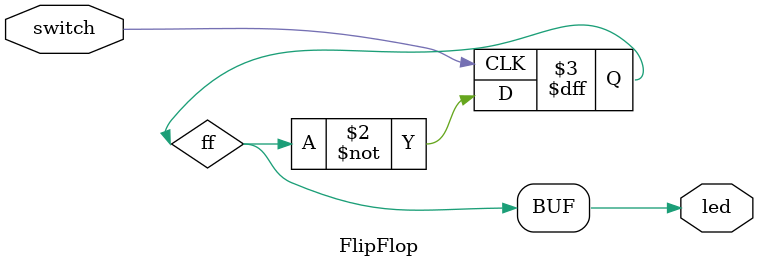
<source format=v>
module FlipFlop(switch, led);
	input switch;
	output led;
	reg ff;
	
	always @(posedge switch) begin
		ff = ~ff;
	end
	
	assign led=ff;
endmodule
</source>
